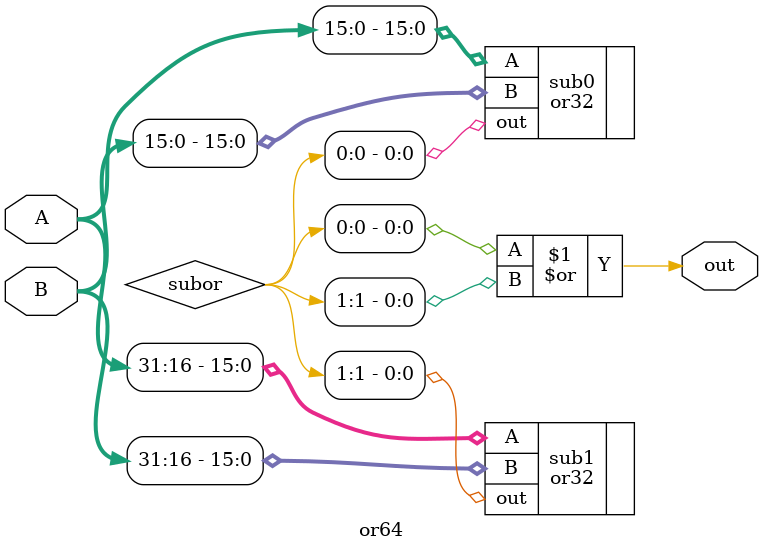
<source format=v>
module or64 (A, B, out);
    
    input [31:0] A;
    input [31:0] B;
    
    output out;
    
    wire [1:0] subor;
    
    or32 sub0 (.A(A[15:0]), .B(B[15:0]), .out(subor[0]));
    or32 sub1 (.A(A[31:16]), .B(B[31:16]), .out(subor[1]));
    
    assign out = subor[0] | subor[1];
    
endmodule

</source>
